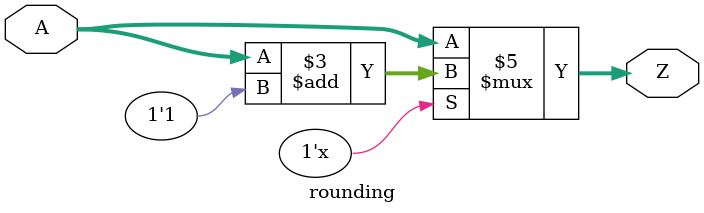
<source format=sv>

`timescale 1ns/1ps
module rounding#(
    parameter IDW = 8, // input floating data word width,
    parameter ODW = 8  // output data word width
    )(
        input signed        [IDW-1:0] A, // IDW/2 bits for integer and fraction parts
        output logic signed [ODW-1:0] Z // ODW/2 bits for integer and fraction parts
     );

    //logic [(IDW/2)-1:0] AI,AF; // split the parts of input data into fraction and integer separately

    always_comb begin
        if(IDW<ODW)begin
            Z = {{(ODW-IDW){A[IDW-1]}},A}; // No rounding required just sign extending!
        end
        else begin
            if(A[IDW-ODW-1:0] > {1'b1,{(IDW-ODW-1){1'b0}}})begin
                Z = A[IDW-1:IDW-ODW] + 1'b1; // Round up if LSB is greater than 0.5 of the fraction represented by those lost bits.
            end
            else begin
                //Z = (((A[IDW-1:IDW-ODW] << 1) + 1) >>> 1);
                Z = A[IDW-1:IDW-ODW]; // Round to 0.5 of the LSB part so that rounding error is minimized
            end
        end
    end

endmodule

</source>
